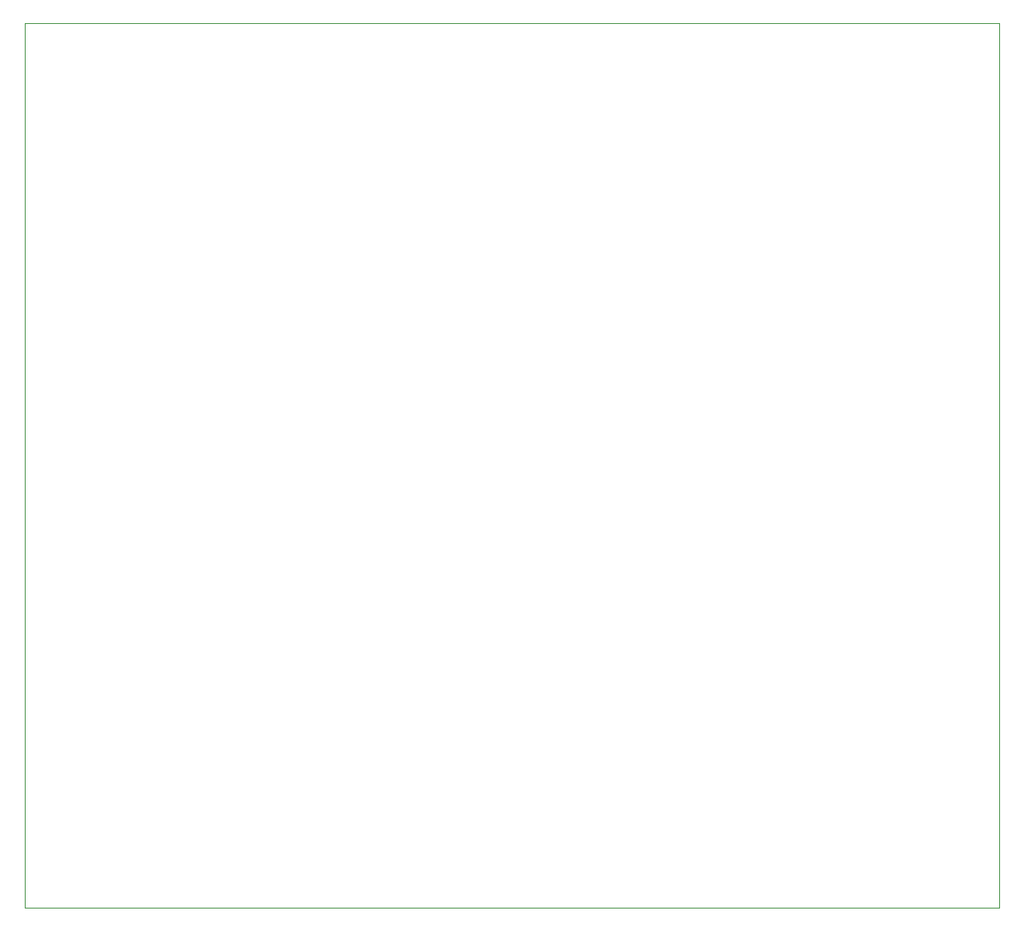
<source format=gm1>
%TF.GenerationSoftware,KiCad,Pcbnew,(6.0.4)*%
%TF.CreationDate,2022-05-12T23:34:31+02:00*%
%TF.ProjectId,projekt_1,70726f6a-656b-4745-9f31-2e6b69636164,rev?*%
%TF.SameCoordinates,Original*%
%TF.FileFunction,Profile,NP*%
%FSLAX46Y46*%
G04 Gerber Fmt 4.6, Leading zero omitted, Abs format (unit mm)*
G04 Created by KiCad (PCBNEW (6.0.4)) date 2022-05-12 23:34:31*
%MOMM*%
%LPD*%
G01*
G04 APERTURE LIST*
%TA.AperFunction,Profile*%
%ADD10C,0.100000*%
%TD*%
G04 APERTURE END LIST*
D10*
X123164600Y-13843200D02*
X23342600Y-13843200D01*
X23342600Y-13843200D02*
X23342600Y-104521200D01*
X23342600Y-104521200D02*
X123164600Y-104521200D01*
X123164600Y-104521200D02*
X123164600Y-13843200D01*
M02*

</source>
